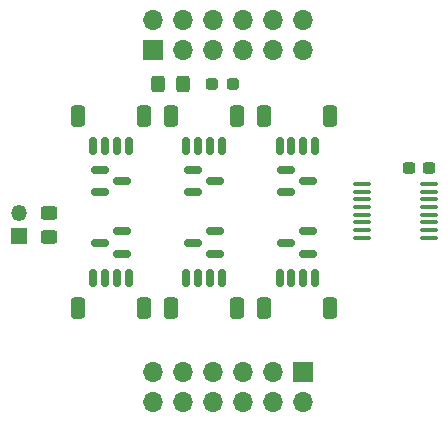
<source format=gbr>
%TF.GenerationSoftware,KiCad,Pcbnew,7.0.5*%
%TF.CreationDate,2023-06-05T00:45:26-04:00*%
%TF.ProjectId,BURNING_R,4255524e-494e-4475-9f52-2e6b69636164,rev?*%
%TF.SameCoordinates,Original*%
%TF.FileFunction,Soldermask,Top*%
%TF.FilePolarity,Negative*%
%FSLAX46Y46*%
G04 Gerber Fmt 4.6, Leading zero omitted, Abs format (unit mm)*
G04 Created by KiCad (PCBNEW 7.0.5) date 2023-06-05 00:45:26*
%MOMM*%
%LPD*%
G01*
G04 APERTURE LIST*
G04 Aperture macros list*
%AMRoundRect*
0 Rectangle with rounded corners*
0 $1 Rounding radius*
0 $2 $3 $4 $5 $6 $7 $8 $9 X,Y pos of 4 corners*
0 Add a 4 corners polygon primitive as box body*
4,1,4,$2,$3,$4,$5,$6,$7,$8,$9,$2,$3,0*
0 Add four circle primitives for the rounded corners*
1,1,$1+$1,$2,$3*
1,1,$1+$1,$4,$5*
1,1,$1+$1,$6,$7*
1,1,$1+$1,$8,$9*
0 Add four rect primitives between the rounded corners*
20,1,$1+$1,$2,$3,$4,$5,0*
20,1,$1+$1,$4,$5,$6,$7,0*
20,1,$1+$1,$6,$7,$8,$9,0*
20,1,$1+$1,$8,$9,$2,$3,0*%
G04 Aperture macros list end*
%ADD10RoundRect,0.150000X-0.587500X-0.150000X0.587500X-0.150000X0.587500X0.150000X-0.587500X0.150000X0*%
%ADD11RoundRect,0.150000X0.150000X0.625000X-0.150000X0.625000X-0.150000X-0.625000X0.150000X-0.625000X0*%
%ADD12RoundRect,0.250000X0.350000X0.650000X-0.350000X0.650000X-0.350000X-0.650000X0.350000X-0.650000X0*%
%ADD13RoundRect,0.237500X0.300000X0.237500X-0.300000X0.237500X-0.300000X-0.237500X0.300000X-0.237500X0*%
%ADD14RoundRect,0.150000X0.587500X0.150000X-0.587500X0.150000X-0.587500X-0.150000X0.587500X-0.150000X0*%
%ADD15RoundRect,0.237500X0.287500X0.237500X-0.287500X0.237500X-0.287500X-0.237500X0.287500X-0.237500X0*%
%ADD16R,1.700000X1.700000*%
%ADD17O,1.700000X1.700000*%
%ADD18RoundRect,0.250000X-0.450000X0.325000X-0.450000X-0.325000X0.450000X-0.325000X0.450000X0.325000X0*%
%ADD19RoundRect,0.150000X-0.150000X-0.625000X0.150000X-0.625000X0.150000X0.625000X-0.150000X0.625000X0*%
%ADD20RoundRect,0.250000X-0.350000X-0.650000X0.350000X-0.650000X0.350000X0.650000X-0.350000X0.650000X0*%
%ADD21RoundRect,0.250000X0.325000X0.450000X-0.325000X0.450000X-0.325000X-0.450000X0.325000X-0.450000X0*%
%ADD22R,1.350000X1.350000*%
%ADD23O,1.350000X1.350000*%
%ADD24RoundRect,0.100000X-0.637500X-0.100000X0.637500X-0.100000X0.637500X0.100000X-0.637500X0.100000X0*%
G04 APERTURE END LIST*
D10*
%TO.C,Q5*%
X147210000Y-96648621D03*
X147210000Y-98548621D03*
X149085000Y-97598621D03*
%TD*%
D11*
%TO.C,J3*%
X141760000Y-105773621D03*
X140760000Y-105773621D03*
X139760000Y-105773621D03*
X138760000Y-105773621D03*
D12*
X143060000Y-108298621D03*
X137460000Y-108298621D03*
%TD*%
D13*
%TO.C,C2*%
X167222500Y-96498621D03*
X165497500Y-96498621D03*
%TD*%
D14*
%TO.C,Q3*%
X156997500Y-103748621D03*
X156997500Y-101848621D03*
X155122500Y-102798621D03*
%TD*%
D15*
%TO.C,D1*%
X150615000Y-89338621D03*
X148865000Y-89338621D03*
%TD*%
D10*
%TO.C,Q4*%
X139310000Y-96648621D03*
X139310000Y-98548621D03*
X141185000Y-97598621D03*
%TD*%
D16*
%TO.C,J1*%
X143810000Y-86465599D03*
D17*
X143810000Y-83925599D03*
X146350000Y-86465599D03*
X146350000Y-83925599D03*
X148890000Y-86465599D03*
X148890000Y-83925599D03*
X151430000Y-86465599D03*
X151430000Y-83925599D03*
X153970000Y-86465599D03*
X153970000Y-83925599D03*
X156510000Y-86465599D03*
X156510000Y-83925599D03*
%TD*%
D11*
%TO.C,J5*%
X157560000Y-105773621D03*
X156560000Y-105773621D03*
X155560000Y-105773621D03*
X154560000Y-105773621D03*
D12*
X158860000Y-108298621D03*
X153260000Y-108298621D03*
%TD*%
D18*
%TO.C,C3*%
X135060000Y-100273621D03*
X135060000Y-102323621D03*
%TD*%
D19*
%TO.C,J8*%
X154560000Y-94623621D03*
X155560000Y-94623621D03*
X156560000Y-94623621D03*
X157560000Y-94623621D03*
D20*
X153260000Y-92098621D03*
X158860000Y-92098621D03*
%TD*%
D21*
%TO.C,C1*%
X146335000Y-89398621D03*
X144285000Y-89398621D03*
%TD*%
D19*
%TO.C,J6*%
X138760000Y-94623621D03*
X139760000Y-94623621D03*
X140760000Y-94623621D03*
X141760000Y-94623621D03*
D20*
X137460000Y-92098621D03*
X143060000Y-92098621D03*
%TD*%
D16*
%TO.C,J2*%
X156510000Y-113743621D03*
D17*
X156510000Y-116283621D03*
X153970000Y-113743621D03*
X153970000Y-116283621D03*
X151430000Y-113743621D03*
X151430000Y-116283621D03*
X148890000Y-113743621D03*
X148890000Y-116283621D03*
X146350000Y-113743621D03*
X146350000Y-116283621D03*
X143810000Y-113743621D03*
X143810000Y-116283621D03*
%TD*%
D14*
%TO.C,Q1*%
X141197500Y-103748621D03*
X141197500Y-101848621D03*
X139322500Y-102798621D03*
%TD*%
D22*
%TO.C,J9*%
X132460000Y-102276121D03*
D23*
X132460000Y-100276121D03*
%TD*%
D24*
%TO.C,U1*%
X161497500Y-97823621D03*
X161497500Y-98473621D03*
X161497500Y-99123621D03*
X161497500Y-99773621D03*
X161497500Y-100423621D03*
X161497500Y-101073621D03*
X161497500Y-101723621D03*
X161497500Y-102373621D03*
X167222500Y-102373621D03*
X167222500Y-101723621D03*
X167222500Y-101073621D03*
X167222500Y-100423621D03*
X167222500Y-99773621D03*
X167222500Y-99123621D03*
X167222500Y-98473621D03*
X167222500Y-97823621D03*
%TD*%
D10*
%TO.C,Q6*%
X155110000Y-96648621D03*
X155110000Y-98548621D03*
X156985000Y-97598621D03*
%TD*%
D11*
%TO.C,J4*%
X149660000Y-105773621D03*
X148660000Y-105773621D03*
X147660000Y-105773621D03*
X146660000Y-105773621D03*
D12*
X150960000Y-108298621D03*
X145360000Y-108298621D03*
%TD*%
D19*
%TO.C,J7*%
X146660000Y-94623621D03*
X147660000Y-94623621D03*
X148660000Y-94623621D03*
X149660000Y-94623621D03*
D20*
X145360000Y-92098621D03*
X150960000Y-92098621D03*
%TD*%
D14*
%TO.C,Q2*%
X149097500Y-103748621D03*
X149097500Y-101848621D03*
X147222500Y-102798621D03*
%TD*%
M02*

</source>
